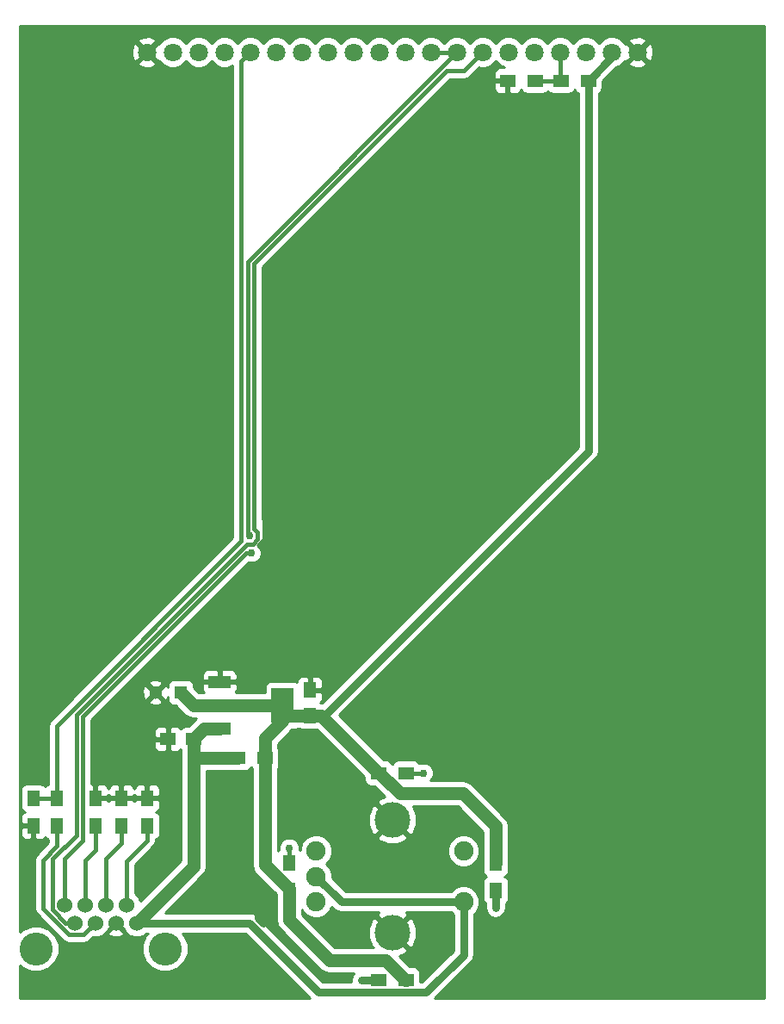
<source format=gbr>
G04 #@! TF.FileFunction,Copper,L1,Top,Signal*
%FSLAX46Y46*%
G04 Gerber Fmt 4.6, Leading zero omitted, Abs format (unit mm)*
G04 Created by KiCad (PCBNEW 4.0.2+dfsg1-stable) date Mon 11 Jun 2018 12:13:27 PM EDT*
%MOMM*%
G01*
G04 APERTURE LIST*
%ADD10C,0.100000*%
%ADD11R,1.300000X1.500000*%
%ADD12R,1.500000X1.300000*%
%ADD13R,1.500000X1.250000*%
%ADD14C,1.300000*%
%ADD15R,1.300000X1.300000*%
%ADD16R,1.250000X1.500000*%
%ADD17R,2.200000X1.200000*%
%ADD18R,2.200000X3.500000*%
%ADD19C,1.800000*%
%ADD20C,1.900000*%
%ADD21C,3.500000*%
%ADD22C,3.251200*%
%ADD23C,1.524000*%
%ADD24C,0.600000*%
%ADD25C,0.762000*%
%ADD26C,0.762000*%
%ADD27C,0.381000*%
%ADD28C,1.270000*%
%ADD29C,0.254000*%
G04 APERTURE END LIST*
D10*
D11*
X68834000Y-129620000D03*
X68834000Y-126920000D03*
D12*
X117326400Y-56388000D03*
X114626400Y-56388000D03*
X112094000Y-56388000D03*
X109394000Y-56388000D03*
D13*
X78484929Y-121110373D03*
X75984929Y-121110373D03*
D14*
X74734929Y-116538373D03*
D15*
X77234929Y-116538373D03*
D16*
X89934929Y-118804373D03*
X89934929Y-116304373D03*
D11*
X73914000Y-129620000D03*
X73914000Y-126920000D03*
X71374000Y-129620000D03*
X71374000Y-126920000D03*
X65024000Y-129620000D03*
X65024000Y-126920000D03*
X62738000Y-126920000D03*
X62738000Y-129620000D03*
D17*
X81044929Y-120108373D03*
X81044929Y-117808373D03*
X81044929Y-115508373D03*
D18*
X87244929Y-117808373D03*
D19*
X122174000Y-53594000D03*
X119634000Y-53594000D03*
X117094000Y-53594000D03*
X114554000Y-53594000D03*
X112014000Y-53594000D03*
X109474000Y-53594000D03*
X106934000Y-53594000D03*
X104394000Y-53594000D03*
X101854000Y-53594000D03*
X99314000Y-53594000D03*
X96774000Y-53594000D03*
X94234000Y-53594000D03*
X91694000Y-53594000D03*
X89154000Y-53594000D03*
X86614000Y-53594000D03*
X84074000Y-53594000D03*
X81534000Y-53594000D03*
X78994000Y-53594000D03*
X76454000Y-53594000D03*
X73914000Y-53594000D03*
D11*
X87884000Y-135970000D03*
X87884000Y-133270000D03*
D12*
X99394000Y-144780000D03*
X96694000Y-144780000D03*
D11*
X108204000Y-133270000D03*
X108204000Y-135970000D03*
D12*
X96694000Y-124460000D03*
X99394000Y-124460000D03*
D20*
X105044000Y-132120000D03*
X105044000Y-137120000D03*
X90544000Y-132120000D03*
X90544000Y-134620000D03*
X90544000Y-137120000D03*
D21*
X98044000Y-140170000D03*
X98044000Y-129070000D03*
D12*
X85499993Y-122982401D03*
X82799993Y-122982401D03*
D22*
X62992000Y-141732000D03*
X75692000Y-141732000D03*
D23*
X66802000Y-139192000D03*
X68834000Y-139192000D03*
X70866000Y-139192000D03*
X72898000Y-139192000D03*
X65786000Y-137414000D03*
X67818000Y-137414000D03*
X69850000Y-137414000D03*
X71882000Y-137414000D03*
D24*
X77978000Y-145034000D03*
X85344000Y-139192000D03*
X84836000Y-135890000D03*
D25*
X83972400Y-101117400D03*
X84175600Y-102793800D03*
X87884000Y-131826000D03*
D24*
X94996000Y-144780000D03*
X108204000Y-137668000D03*
D25*
X101092000Y-124460000D03*
D26*
X84836000Y-135890000D02*
X84836000Y-138684000D01*
X84836000Y-138684000D02*
X85344000Y-139192000D01*
D27*
X71374000Y-126920000D02*
X73914000Y-126920000D01*
X68834000Y-126920000D02*
X71374000Y-126920000D01*
D26*
X90802512Y-146011001D02*
X83983511Y-139192000D01*
X73975630Y-139192000D02*
X72898000Y-139192000D01*
X83983511Y-139192000D02*
X73975630Y-139192000D01*
X105044000Y-142352000D02*
X101384999Y-146011001D01*
X105044000Y-137120000D02*
X105044000Y-142352000D01*
X101384999Y-146011001D02*
X90802512Y-146011001D01*
X105044000Y-137120000D02*
X93044000Y-137120000D01*
X93044000Y-137120000D02*
X90544000Y-134620000D01*
D28*
X81044929Y-120108373D02*
X79486929Y-120108373D01*
X79486929Y-120108373D02*
X78484929Y-121110373D01*
X78484929Y-133605071D02*
X78484929Y-122986800D01*
X78484929Y-122986800D02*
X78484929Y-121110373D01*
X82799993Y-122982401D02*
X80779993Y-122982401D01*
X80779993Y-122982401D02*
X80775594Y-122986800D01*
X80775594Y-122986800D02*
X78484929Y-122986800D01*
X72898000Y-139192000D02*
X78484929Y-133605071D01*
X85499993Y-122982401D02*
X85499993Y-133485993D01*
X85499993Y-133485993D02*
X87884000Y-135870000D01*
X87884000Y-135870000D02*
X87884000Y-135970000D01*
X87970702Y-118782538D02*
X89408000Y-118782538D01*
D26*
X117326400Y-92799902D02*
X91343764Y-118782538D01*
D28*
X89408000Y-118782538D02*
X89913094Y-118782538D01*
D26*
X117326400Y-56388000D02*
X117326400Y-92799902D01*
X91343764Y-118782538D02*
X89408000Y-118782538D01*
X119634000Y-53594000D02*
X119634000Y-54080400D01*
X119634000Y-54080400D02*
X117326400Y-56388000D01*
D28*
X87884000Y-135970000D02*
X87884000Y-138873002D01*
X87884000Y-138873002D02*
X91870998Y-142860000D01*
X91870998Y-142860000D02*
X97374000Y-142860000D01*
X97374000Y-142860000D02*
X99294000Y-144780000D01*
X99294000Y-144780000D02*
X99394000Y-144780000D01*
X104996599Y-126484999D02*
X108204000Y-129692400D01*
X108204000Y-129692400D02*
X108204000Y-133270000D01*
X96694000Y-124460000D02*
X96794000Y-124460000D01*
X96794000Y-124460000D02*
X98818999Y-126484999D01*
X98818999Y-126484999D02*
X104996599Y-126484999D01*
X89934929Y-118804373D02*
X91038373Y-118804373D01*
X91038373Y-118804373D02*
X96694000Y-124460000D01*
X85499993Y-122982401D02*
X85499993Y-121062401D01*
X85499993Y-121062401D02*
X87198200Y-119364194D01*
X87198200Y-119364194D02*
X87198200Y-117855102D01*
X87198200Y-117855102D02*
X87244929Y-117808373D01*
X87244929Y-117808373D02*
X87244929Y-118056765D01*
X87244929Y-118056765D02*
X87970702Y-118782538D01*
X89913094Y-118782538D02*
X89934929Y-118804373D01*
X77234929Y-116538373D02*
X78504929Y-117808373D01*
X78504929Y-117808373D02*
X81044929Y-117808373D01*
X81044929Y-117808373D02*
X87244929Y-117808373D01*
D27*
X67818000Y-137414000D02*
X67818000Y-133019800D01*
X67818000Y-133019800D02*
X68834000Y-132003800D01*
X68834000Y-132003800D02*
X68834000Y-129620000D01*
X69850000Y-137414000D02*
X69850000Y-132918200D01*
X69850000Y-132918200D02*
X71374000Y-131394200D01*
X71374000Y-131394200D02*
X71374000Y-129620000D01*
X71882000Y-137414000D02*
X71882000Y-133096000D01*
X71882000Y-133096000D02*
X73914000Y-131064000D01*
X73914000Y-131064000D02*
X73914000Y-129620000D01*
X66802000Y-139192000D02*
X65917970Y-139192000D01*
X103399053Y-55428965D02*
X105099035Y-55428965D01*
X65917970Y-139192000D02*
X64633499Y-137907529D01*
X66966000Y-130569800D02*
X66966000Y-118715303D01*
X64633499Y-137907529D02*
X64633499Y-132902301D01*
X83741269Y-101940034D02*
X84318166Y-101940034D01*
X84428116Y-100480916D02*
X84428116Y-74399902D01*
X64633499Y-132902301D02*
X66966000Y-130569800D01*
X84318166Y-101940034D02*
X84759800Y-101498400D01*
X66966000Y-118715303D02*
X83741269Y-101940034D01*
X84428116Y-74399902D02*
X103399053Y-55428965D01*
X84759800Y-101498400D02*
X84759800Y-100812600D01*
X84759800Y-100812600D02*
X84428116Y-100480916D01*
X105099035Y-55428965D02*
X106034001Y-54493999D01*
X106034001Y-54493999D02*
X106934000Y-53594000D01*
X103494001Y-54493999D02*
X104394000Y-53594000D01*
X83823191Y-74164809D02*
X103494001Y-54493999D01*
X83823191Y-100968191D02*
X83823191Y-74164809D01*
X83972400Y-101117400D02*
X83823191Y-100968191D01*
X83658376Y-102844600D02*
X84124800Y-102844600D01*
X84124800Y-102844600D02*
X84175600Y-102793800D01*
X83658376Y-102844600D02*
X67564000Y-118938976D01*
X67564000Y-118938976D02*
X67564000Y-123952000D01*
X67564000Y-131064000D02*
X67564000Y-123952000D01*
X67564000Y-123952000D02*
X67564000Y-123698000D01*
X104394000Y-53594000D02*
X101854000Y-53594000D01*
X65786000Y-137414000D02*
X65786000Y-132842000D01*
X65786000Y-132842000D02*
X67564000Y-131064000D01*
X83174001Y-54493999D02*
X83174001Y-101664326D01*
X84074000Y-53594000D02*
X83174001Y-54493999D01*
X83174001Y-101664326D02*
X65024000Y-119814327D01*
X65024000Y-119814327D02*
X65024000Y-126920000D01*
X62738000Y-126920000D02*
X65024000Y-126920000D01*
X87884000Y-133270000D02*
X87884000Y-131826000D01*
D26*
X96694000Y-144780000D02*
X94996000Y-144780000D01*
X108204000Y-135970000D02*
X108204000Y-137668000D01*
D27*
X99394000Y-124460000D02*
X101092000Y-124460000D01*
X112094000Y-56388000D02*
X114626400Y-56388000D01*
X114554000Y-53594000D02*
X114554000Y-56315600D01*
X114554000Y-56315600D02*
X114626400Y-56388000D01*
X63652400Y-133019800D02*
X65024000Y-131648200D01*
X65024000Y-131648200D02*
X65024000Y-129620000D01*
X63652400Y-137748102D02*
X63652400Y-133019800D01*
X68834000Y-139192000D02*
X67681499Y-140344501D01*
X67681499Y-140344501D02*
X66248799Y-140344501D01*
X66248799Y-140344501D02*
X63652400Y-137748102D01*
D29*
G36*
X134672000Y-146610000D02*
X102222840Y-146610000D01*
X105762421Y-143070420D01*
X105982662Y-142740807D01*
X106018436Y-142560956D01*
X106060000Y-142352000D01*
X106060000Y-138345346D01*
X106386914Y-138019003D01*
X106628724Y-137436659D01*
X106629275Y-136806107D01*
X106388481Y-136223343D01*
X105943003Y-135777086D01*
X105360659Y-135535276D01*
X104730107Y-135534725D01*
X104147343Y-135775519D01*
X103818288Y-136104000D01*
X93464841Y-136104000D01*
X92128871Y-134768031D01*
X92129275Y-134306107D01*
X91888481Y-133723343D01*
X91535529Y-133369774D01*
X91886914Y-133019003D01*
X92128724Y-132436659D01*
X92128726Y-132433893D01*
X103458725Y-132433893D01*
X103699519Y-133016657D01*
X104144997Y-133462914D01*
X104727341Y-133704724D01*
X105357893Y-133705275D01*
X105940657Y-133464481D01*
X106386914Y-133019003D01*
X106628724Y-132436659D01*
X106629275Y-131806107D01*
X106388481Y-131223343D01*
X105943003Y-130777086D01*
X105360659Y-130535276D01*
X104730107Y-130534725D01*
X104147343Y-130775519D01*
X103701086Y-131220997D01*
X103459276Y-131803341D01*
X103458725Y-132433893D01*
X92128726Y-132433893D01*
X92129275Y-131806107D01*
X91888481Y-131223343D01*
X91443003Y-130777086D01*
X91412760Y-130764528D01*
X96529077Y-130764528D01*
X96719364Y-131109271D01*
X97600591Y-131460956D01*
X98549323Y-131448641D01*
X99368636Y-131109271D01*
X99558923Y-130764528D01*
X98044000Y-129249605D01*
X96529077Y-130764528D01*
X91412760Y-130764528D01*
X90860659Y-130535276D01*
X90230107Y-130534725D01*
X89647343Y-130775519D01*
X89201086Y-131220997D01*
X88959276Y-131803341D01*
X88959068Y-132041896D01*
X88899848Y-132001433D01*
X88900176Y-131624792D01*
X88745825Y-131251234D01*
X88460269Y-130965179D01*
X88086982Y-130810176D01*
X87682792Y-130809824D01*
X87309234Y-130964175D01*
X87023179Y-131249731D01*
X86868176Y-131623018D01*
X86867847Y-132001029D01*
X86782559Y-132055910D01*
X86769993Y-132074301D01*
X86769993Y-128626591D01*
X95653044Y-128626591D01*
X95665359Y-129575323D01*
X96004729Y-130394636D01*
X96349472Y-130584923D01*
X97864395Y-129070000D01*
X96349472Y-127555077D01*
X96004729Y-127745364D01*
X95653044Y-128626591D01*
X86769993Y-128626591D01*
X86769993Y-123996152D01*
X86846424Y-123884291D01*
X86897433Y-123632401D01*
X86897433Y-122332401D01*
X86853155Y-122097084D01*
X86769993Y-121967847D01*
X86769993Y-121588453D01*
X88096223Y-120262222D01*
X88096226Y-120262220D01*
X88133916Y-120205813D01*
X88344929Y-120205813D01*
X88580246Y-120161535D01*
X88749632Y-120052538D01*
X88914222Y-120052538D01*
X89058039Y-120150804D01*
X89309929Y-120201813D01*
X90559929Y-120201813D01*
X90627118Y-120189170D01*
X95296560Y-124858611D01*
X95296560Y-125110000D01*
X95340838Y-125345317D01*
X95479910Y-125561441D01*
X95692110Y-125706431D01*
X95944000Y-125757440D01*
X96295388Y-125757440D01*
X97319919Y-126781971D01*
X96719364Y-127030729D01*
X96529077Y-127375472D01*
X98044000Y-128890395D01*
X98058143Y-128876253D01*
X98237748Y-129055858D01*
X98223605Y-129070000D01*
X99738528Y-130584923D01*
X100083271Y-130394636D01*
X100434956Y-129513409D01*
X100422641Y-128564677D01*
X100087262Y-127754999D01*
X104470547Y-127754999D01*
X106934000Y-130218452D01*
X106934000Y-132384497D01*
X106906560Y-132520000D01*
X106906560Y-134020000D01*
X106950838Y-134255317D01*
X107089910Y-134471441D01*
X107302110Y-134616431D01*
X107315197Y-134619081D01*
X107102559Y-134755910D01*
X106957569Y-134968110D01*
X106906560Y-135220000D01*
X106906560Y-136720000D01*
X106950838Y-136955317D01*
X107089910Y-137171441D01*
X107188000Y-137238463D01*
X107188000Y-137668000D01*
X107265338Y-138056806D01*
X107485580Y-138386420D01*
X107815194Y-138606662D01*
X108204000Y-138684000D01*
X108592806Y-138606662D01*
X108922420Y-138386420D01*
X109142662Y-138056806D01*
X109220000Y-137668000D01*
X109220000Y-137239070D01*
X109305441Y-137184090D01*
X109450431Y-136971890D01*
X109501440Y-136720000D01*
X109501440Y-135220000D01*
X109457162Y-134984683D01*
X109318090Y-134768559D01*
X109105890Y-134623569D01*
X109092803Y-134620919D01*
X109305441Y-134484090D01*
X109450431Y-134271890D01*
X109501440Y-134020000D01*
X109501440Y-132520000D01*
X109474000Y-132374169D01*
X109474000Y-129692405D01*
X109474001Y-129692400D01*
X109377327Y-129206392D01*
X109102026Y-128794374D01*
X105894625Y-125586973D01*
X105482607Y-125311672D01*
X104996599Y-125214998D01*
X104996594Y-125214999D01*
X101773779Y-125214999D01*
X101952821Y-125036269D01*
X102107824Y-124662982D01*
X102108176Y-124258792D01*
X101953825Y-123885234D01*
X101668269Y-123599179D01*
X101294982Y-123444176D01*
X100890792Y-123443824D01*
X100710810Y-123518191D01*
X100608090Y-123358559D01*
X100395890Y-123213569D01*
X100144000Y-123162560D01*
X98644000Y-123162560D01*
X98408683Y-123206838D01*
X98192559Y-123345910D01*
X98047569Y-123558110D01*
X98044919Y-123571197D01*
X97908090Y-123358559D01*
X97695890Y-123213569D01*
X97444000Y-123162560D01*
X97192611Y-123162560D01*
X92796597Y-118766545D01*
X118044820Y-93518323D01*
X118265061Y-93188709D01*
X118265062Y-93188708D01*
X118342400Y-92799902D01*
X118342400Y-57621418D01*
X118527841Y-57502090D01*
X118672831Y-57289890D01*
X118723840Y-57038000D01*
X118723840Y-56427400D01*
X120081112Y-55070128D01*
X120502371Y-54896068D01*
X120724668Y-54674159D01*
X121273446Y-54674159D01*
X121359852Y-54930643D01*
X121933336Y-55140458D01*
X122543460Y-55114839D01*
X122988148Y-54930643D01*
X123074554Y-54674159D01*
X122174000Y-53773605D01*
X121273446Y-54674159D01*
X120724668Y-54674159D01*
X120934551Y-54464643D01*
X120943203Y-54443806D01*
X121093841Y-54494554D01*
X121994395Y-53594000D01*
X122353605Y-53594000D01*
X123254159Y-54494554D01*
X123510643Y-54408148D01*
X123720458Y-53834664D01*
X123694839Y-53224540D01*
X123510643Y-52779852D01*
X123254159Y-52693446D01*
X122353605Y-53594000D01*
X121994395Y-53594000D01*
X121093841Y-52693446D01*
X120943673Y-52744035D01*
X120936068Y-52725629D01*
X120724650Y-52513841D01*
X121273446Y-52513841D01*
X122174000Y-53414395D01*
X123074554Y-52513841D01*
X122988148Y-52257357D01*
X122414664Y-52047542D01*
X121804540Y-52073161D01*
X121359852Y-52257357D01*
X121273446Y-52513841D01*
X120724650Y-52513841D01*
X120504643Y-52293449D01*
X119940670Y-52059267D01*
X119330009Y-52058735D01*
X118765629Y-52291932D01*
X118363677Y-52693182D01*
X117964643Y-52293449D01*
X117400670Y-52059267D01*
X116790009Y-52058735D01*
X116225629Y-52291932D01*
X115823677Y-52693182D01*
X115424643Y-52293449D01*
X114860670Y-52059267D01*
X114250009Y-52058735D01*
X113685629Y-52291932D01*
X113283677Y-52693182D01*
X112884643Y-52293449D01*
X112320670Y-52059267D01*
X111710009Y-52058735D01*
X111145629Y-52291932D01*
X110743677Y-52693182D01*
X110344643Y-52293449D01*
X109780670Y-52059267D01*
X109170009Y-52058735D01*
X108605629Y-52291932D01*
X108203677Y-52693182D01*
X107804643Y-52293449D01*
X107240670Y-52059267D01*
X106630009Y-52058735D01*
X106065629Y-52291932D01*
X105663677Y-52693182D01*
X105264643Y-52293449D01*
X104700670Y-52059267D01*
X104090009Y-52058735D01*
X103525629Y-52291932D01*
X103123677Y-52693182D01*
X102724643Y-52293449D01*
X102160670Y-52059267D01*
X101550009Y-52058735D01*
X100985629Y-52291932D01*
X100583677Y-52693182D01*
X100184643Y-52293449D01*
X99620670Y-52059267D01*
X99010009Y-52058735D01*
X98445629Y-52291932D01*
X98043677Y-52693182D01*
X97644643Y-52293449D01*
X97080670Y-52059267D01*
X96470009Y-52058735D01*
X95905629Y-52291932D01*
X95503677Y-52693182D01*
X95104643Y-52293449D01*
X94540670Y-52059267D01*
X93930009Y-52058735D01*
X93365629Y-52291932D01*
X92963677Y-52693182D01*
X92564643Y-52293449D01*
X92000670Y-52059267D01*
X91390009Y-52058735D01*
X90825629Y-52291932D01*
X90423677Y-52693182D01*
X90024643Y-52293449D01*
X89460670Y-52059267D01*
X88850009Y-52058735D01*
X88285629Y-52291932D01*
X87883677Y-52693182D01*
X87484643Y-52293449D01*
X86920670Y-52059267D01*
X86310009Y-52058735D01*
X85745629Y-52291932D01*
X85343677Y-52693182D01*
X84944643Y-52293449D01*
X84380670Y-52059267D01*
X83770009Y-52058735D01*
X83205629Y-52291932D01*
X82803677Y-52693182D01*
X82404643Y-52293449D01*
X81840670Y-52059267D01*
X81230009Y-52058735D01*
X80665629Y-52291932D01*
X80263677Y-52693182D01*
X79864643Y-52293449D01*
X79300670Y-52059267D01*
X78690009Y-52058735D01*
X78125629Y-52291932D01*
X77723677Y-52693182D01*
X77324643Y-52293449D01*
X76760670Y-52059267D01*
X76150009Y-52058735D01*
X75585629Y-52291932D01*
X75153449Y-52723357D01*
X75144797Y-52744194D01*
X74994159Y-52693446D01*
X74093605Y-53594000D01*
X74994159Y-54494554D01*
X75144327Y-54443965D01*
X75151932Y-54462371D01*
X75583357Y-54894551D01*
X76147330Y-55128733D01*
X76757991Y-55129265D01*
X77322371Y-54896068D01*
X77724323Y-54494818D01*
X78123357Y-54894551D01*
X78687330Y-55128733D01*
X79297991Y-55129265D01*
X79862371Y-54896068D01*
X80264323Y-54494818D01*
X80663357Y-54894551D01*
X81227330Y-55128733D01*
X81837991Y-55129265D01*
X82348501Y-54918327D01*
X82348501Y-101322393D01*
X64440283Y-119230610D01*
X64261337Y-119498421D01*
X64256509Y-119522693D01*
X64198500Y-119814327D01*
X64198500Y-125555583D01*
X64138683Y-125566838D01*
X63922559Y-125705910D01*
X63882076Y-125765159D01*
X63852090Y-125718559D01*
X63639890Y-125573569D01*
X63388000Y-125522560D01*
X62088000Y-125522560D01*
X61852683Y-125566838D01*
X61636559Y-125705910D01*
X61491569Y-125918110D01*
X61440560Y-126170000D01*
X61440560Y-127670000D01*
X61484838Y-127905317D01*
X61623910Y-128121441D01*
X61836110Y-128266431D01*
X61869490Y-128273191D01*
X61728301Y-128331673D01*
X61549673Y-128510302D01*
X61453000Y-128743691D01*
X61453000Y-129334250D01*
X61611750Y-129493000D01*
X62611000Y-129493000D01*
X62611000Y-129473000D01*
X62865000Y-129473000D01*
X62865000Y-129493000D01*
X62885000Y-129493000D01*
X62885000Y-129747000D01*
X62865000Y-129747000D01*
X62865000Y-130846250D01*
X63023750Y-131005000D01*
X63514310Y-131005000D01*
X63747699Y-130908327D01*
X63880417Y-130775608D01*
X63909910Y-130821441D01*
X64122110Y-130966431D01*
X64198500Y-130981900D01*
X64198500Y-131306267D01*
X63068683Y-132436083D01*
X62889737Y-132703894D01*
X62862301Y-132841824D01*
X62826900Y-133019800D01*
X62826900Y-137748102D01*
X62889737Y-138064008D01*
X63068683Y-138331819D01*
X65665080Y-140928215D01*
X65665082Y-140928218D01*
X65932894Y-141107164D01*
X66248799Y-141170002D01*
X66248804Y-141170001D01*
X67681499Y-141170001D01*
X67997405Y-141107164D01*
X68265216Y-140928218D01*
X68604633Y-140588800D01*
X69110661Y-140589242D01*
X69624303Y-140377010D01*
X69829457Y-140172213D01*
X70065392Y-140172213D01*
X70134857Y-140414397D01*
X70658302Y-140601144D01*
X71213368Y-140573362D01*
X71597143Y-140414397D01*
X71666608Y-140172213D01*
X70866000Y-139371605D01*
X70065392Y-140172213D01*
X69829457Y-140172213D01*
X70017629Y-139984370D01*
X70105399Y-139772996D01*
X70686395Y-139192000D01*
X70672253Y-139177858D01*
X70851858Y-138998253D01*
X70866000Y-139012395D01*
X70880143Y-138998253D01*
X71059748Y-139177858D01*
X71045605Y-139192000D01*
X71626440Y-139772835D01*
X71712990Y-139982303D01*
X72105630Y-140375629D01*
X72618900Y-140588757D01*
X73174661Y-140589242D01*
X73688303Y-140377010D01*
X73857608Y-140208000D01*
X74018897Y-140208000D01*
X73776674Y-140449801D01*
X73431793Y-141280366D01*
X73431008Y-142179688D01*
X73774439Y-143010854D01*
X74409801Y-143647326D01*
X75240366Y-143992207D01*
X76139688Y-143992992D01*
X76970854Y-143649561D01*
X77607326Y-143014199D01*
X77952207Y-142183634D01*
X77952992Y-141284312D01*
X77609561Y-140453146D01*
X77364843Y-140208000D01*
X83562671Y-140208000D01*
X89964670Y-146610000D01*
X61416000Y-146610000D01*
X61416000Y-143353012D01*
X61709801Y-143647326D01*
X62540366Y-143992207D01*
X63439688Y-143992992D01*
X64270854Y-143649561D01*
X64907326Y-143014199D01*
X65252207Y-142183634D01*
X65252992Y-141284312D01*
X64909561Y-140453146D01*
X64274199Y-139816674D01*
X63443634Y-139471793D01*
X62544312Y-139471008D01*
X61713146Y-139814439D01*
X61416000Y-140111067D01*
X61416000Y-129905750D01*
X61453000Y-129905750D01*
X61453000Y-130496309D01*
X61549673Y-130729698D01*
X61728301Y-130908327D01*
X61961690Y-131005000D01*
X62452250Y-131005000D01*
X62611000Y-130846250D01*
X62611000Y-129747000D01*
X61611750Y-129747000D01*
X61453000Y-129905750D01*
X61416000Y-129905750D01*
X61416000Y-54674159D01*
X73013446Y-54674159D01*
X73099852Y-54930643D01*
X73673336Y-55140458D01*
X74283460Y-55114839D01*
X74728148Y-54930643D01*
X74814554Y-54674159D01*
X73914000Y-53773605D01*
X73013446Y-54674159D01*
X61416000Y-54674159D01*
X61416000Y-53353336D01*
X72367542Y-53353336D01*
X72393161Y-53963460D01*
X72577357Y-54408148D01*
X72833841Y-54494554D01*
X73734395Y-53594000D01*
X72833841Y-52693446D01*
X72577357Y-52779852D01*
X72367542Y-53353336D01*
X61416000Y-53353336D01*
X61416000Y-52513841D01*
X73013446Y-52513841D01*
X73914000Y-53414395D01*
X74814554Y-52513841D01*
X74728148Y-52257357D01*
X74154664Y-52047542D01*
X73544540Y-52073161D01*
X73099852Y-52257357D01*
X73013446Y-52513841D01*
X61416000Y-52513841D01*
X61416000Y-51002000D01*
X134672000Y-51002000D01*
X134672000Y-146610000D01*
X134672000Y-146610000D01*
G37*
X134672000Y-146610000D02*
X102222840Y-146610000D01*
X105762421Y-143070420D01*
X105982662Y-142740807D01*
X106018436Y-142560956D01*
X106060000Y-142352000D01*
X106060000Y-138345346D01*
X106386914Y-138019003D01*
X106628724Y-137436659D01*
X106629275Y-136806107D01*
X106388481Y-136223343D01*
X105943003Y-135777086D01*
X105360659Y-135535276D01*
X104730107Y-135534725D01*
X104147343Y-135775519D01*
X103818288Y-136104000D01*
X93464841Y-136104000D01*
X92128871Y-134768031D01*
X92129275Y-134306107D01*
X91888481Y-133723343D01*
X91535529Y-133369774D01*
X91886914Y-133019003D01*
X92128724Y-132436659D01*
X92128726Y-132433893D01*
X103458725Y-132433893D01*
X103699519Y-133016657D01*
X104144997Y-133462914D01*
X104727341Y-133704724D01*
X105357893Y-133705275D01*
X105940657Y-133464481D01*
X106386914Y-133019003D01*
X106628724Y-132436659D01*
X106629275Y-131806107D01*
X106388481Y-131223343D01*
X105943003Y-130777086D01*
X105360659Y-130535276D01*
X104730107Y-130534725D01*
X104147343Y-130775519D01*
X103701086Y-131220997D01*
X103459276Y-131803341D01*
X103458725Y-132433893D01*
X92128726Y-132433893D01*
X92129275Y-131806107D01*
X91888481Y-131223343D01*
X91443003Y-130777086D01*
X91412760Y-130764528D01*
X96529077Y-130764528D01*
X96719364Y-131109271D01*
X97600591Y-131460956D01*
X98549323Y-131448641D01*
X99368636Y-131109271D01*
X99558923Y-130764528D01*
X98044000Y-129249605D01*
X96529077Y-130764528D01*
X91412760Y-130764528D01*
X90860659Y-130535276D01*
X90230107Y-130534725D01*
X89647343Y-130775519D01*
X89201086Y-131220997D01*
X88959276Y-131803341D01*
X88959068Y-132041896D01*
X88899848Y-132001433D01*
X88900176Y-131624792D01*
X88745825Y-131251234D01*
X88460269Y-130965179D01*
X88086982Y-130810176D01*
X87682792Y-130809824D01*
X87309234Y-130964175D01*
X87023179Y-131249731D01*
X86868176Y-131623018D01*
X86867847Y-132001029D01*
X86782559Y-132055910D01*
X86769993Y-132074301D01*
X86769993Y-128626591D01*
X95653044Y-128626591D01*
X95665359Y-129575323D01*
X96004729Y-130394636D01*
X96349472Y-130584923D01*
X97864395Y-129070000D01*
X96349472Y-127555077D01*
X96004729Y-127745364D01*
X95653044Y-128626591D01*
X86769993Y-128626591D01*
X86769993Y-123996152D01*
X86846424Y-123884291D01*
X86897433Y-123632401D01*
X86897433Y-122332401D01*
X86853155Y-122097084D01*
X86769993Y-121967847D01*
X86769993Y-121588453D01*
X88096223Y-120262222D01*
X88096226Y-120262220D01*
X88133916Y-120205813D01*
X88344929Y-120205813D01*
X88580246Y-120161535D01*
X88749632Y-120052538D01*
X88914222Y-120052538D01*
X89058039Y-120150804D01*
X89309929Y-120201813D01*
X90559929Y-120201813D01*
X90627118Y-120189170D01*
X95296560Y-124858611D01*
X95296560Y-125110000D01*
X95340838Y-125345317D01*
X95479910Y-125561441D01*
X95692110Y-125706431D01*
X95944000Y-125757440D01*
X96295388Y-125757440D01*
X97319919Y-126781971D01*
X96719364Y-127030729D01*
X96529077Y-127375472D01*
X98044000Y-128890395D01*
X98058143Y-128876253D01*
X98237748Y-129055858D01*
X98223605Y-129070000D01*
X99738528Y-130584923D01*
X100083271Y-130394636D01*
X100434956Y-129513409D01*
X100422641Y-128564677D01*
X100087262Y-127754999D01*
X104470547Y-127754999D01*
X106934000Y-130218452D01*
X106934000Y-132384497D01*
X106906560Y-132520000D01*
X106906560Y-134020000D01*
X106950838Y-134255317D01*
X107089910Y-134471441D01*
X107302110Y-134616431D01*
X107315197Y-134619081D01*
X107102559Y-134755910D01*
X106957569Y-134968110D01*
X106906560Y-135220000D01*
X106906560Y-136720000D01*
X106950838Y-136955317D01*
X107089910Y-137171441D01*
X107188000Y-137238463D01*
X107188000Y-137668000D01*
X107265338Y-138056806D01*
X107485580Y-138386420D01*
X107815194Y-138606662D01*
X108204000Y-138684000D01*
X108592806Y-138606662D01*
X108922420Y-138386420D01*
X109142662Y-138056806D01*
X109220000Y-137668000D01*
X109220000Y-137239070D01*
X109305441Y-137184090D01*
X109450431Y-136971890D01*
X109501440Y-136720000D01*
X109501440Y-135220000D01*
X109457162Y-134984683D01*
X109318090Y-134768559D01*
X109105890Y-134623569D01*
X109092803Y-134620919D01*
X109305441Y-134484090D01*
X109450431Y-134271890D01*
X109501440Y-134020000D01*
X109501440Y-132520000D01*
X109474000Y-132374169D01*
X109474000Y-129692405D01*
X109474001Y-129692400D01*
X109377327Y-129206392D01*
X109102026Y-128794374D01*
X105894625Y-125586973D01*
X105482607Y-125311672D01*
X104996599Y-125214998D01*
X104996594Y-125214999D01*
X101773779Y-125214999D01*
X101952821Y-125036269D01*
X102107824Y-124662982D01*
X102108176Y-124258792D01*
X101953825Y-123885234D01*
X101668269Y-123599179D01*
X101294982Y-123444176D01*
X100890792Y-123443824D01*
X100710810Y-123518191D01*
X100608090Y-123358559D01*
X100395890Y-123213569D01*
X100144000Y-123162560D01*
X98644000Y-123162560D01*
X98408683Y-123206838D01*
X98192559Y-123345910D01*
X98047569Y-123558110D01*
X98044919Y-123571197D01*
X97908090Y-123358559D01*
X97695890Y-123213569D01*
X97444000Y-123162560D01*
X97192611Y-123162560D01*
X92796597Y-118766545D01*
X118044820Y-93518323D01*
X118265061Y-93188709D01*
X118265062Y-93188708D01*
X118342400Y-92799902D01*
X118342400Y-57621418D01*
X118527841Y-57502090D01*
X118672831Y-57289890D01*
X118723840Y-57038000D01*
X118723840Y-56427400D01*
X120081112Y-55070128D01*
X120502371Y-54896068D01*
X120724668Y-54674159D01*
X121273446Y-54674159D01*
X121359852Y-54930643D01*
X121933336Y-55140458D01*
X122543460Y-55114839D01*
X122988148Y-54930643D01*
X123074554Y-54674159D01*
X122174000Y-53773605D01*
X121273446Y-54674159D01*
X120724668Y-54674159D01*
X120934551Y-54464643D01*
X120943203Y-54443806D01*
X121093841Y-54494554D01*
X121994395Y-53594000D01*
X122353605Y-53594000D01*
X123254159Y-54494554D01*
X123510643Y-54408148D01*
X123720458Y-53834664D01*
X123694839Y-53224540D01*
X123510643Y-52779852D01*
X123254159Y-52693446D01*
X122353605Y-53594000D01*
X121994395Y-53594000D01*
X121093841Y-52693446D01*
X120943673Y-52744035D01*
X120936068Y-52725629D01*
X120724650Y-52513841D01*
X121273446Y-52513841D01*
X122174000Y-53414395D01*
X123074554Y-52513841D01*
X122988148Y-52257357D01*
X122414664Y-52047542D01*
X121804540Y-52073161D01*
X121359852Y-52257357D01*
X121273446Y-52513841D01*
X120724650Y-52513841D01*
X120504643Y-52293449D01*
X119940670Y-52059267D01*
X119330009Y-52058735D01*
X118765629Y-52291932D01*
X118363677Y-52693182D01*
X117964643Y-52293449D01*
X117400670Y-52059267D01*
X116790009Y-52058735D01*
X116225629Y-52291932D01*
X115823677Y-52693182D01*
X115424643Y-52293449D01*
X114860670Y-52059267D01*
X114250009Y-52058735D01*
X113685629Y-52291932D01*
X113283677Y-52693182D01*
X112884643Y-52293449D01*
X112320670Y-52059267D01*
X111710009Y-52058735D01*
X111145629Y-52291932D01*
X110743677Y-52693182D01*
X110344643Y-52293449D01*
X109780670Y-52059267D01*
X109170009Y-52058735D01*
X108605629Y-52291932D01*
X108203677Y-52693182D01*
X107804643Y-52293449D01*
X107240670Y-52059267D01*
X106630009Y-52058735D01*
X106065629Y-52291932D01*
X105663677Y-52693182D01*
X105264643Y-52293449D01*
X104700670Y-52059267D01*
X104090009Y-52058735D01*
X103525629Y-52291932D01*
X103123677Y-52693182D01*
X102724643Y-52293449D01*
X102160670Y-52059267D01*
X101550009Y-52058735D01*
X100985629Y-52291932D01*
X100583677Y-52693182D01*
X100184643Y-52293449D01*
X99620670Y-52059267D01*
X99010009Y-52058735D01*
X98445629Y-52291932D01*
X98043677Y-52693182D01*
X97644643Y-52293449D01*
X97080670Y-52059267D01*
X96470009Y-52058735D01*
X95905629Y-52291932D01*
X95503677Y-52693182D01*
X95104643Y-52293449D01*
X94540670Y-52059267D01*
X93930009Y-52058735D01*
X93365629Y-52291932D01*
X92963677Y-52693182D01*
X92564643Y-52293449D01*
X92000670Y-52059267D01*
X91390009Y-52058735D01*
X90825629Y-52291932D01*
X90423677Y-52693182D01*
X90024643Y-52293449D01*
X89460670Y-52059267D01*
X88850009Y-52058735D01*
X88285629Y-52291932D01*
X87883677Y-52693182D01*
X87484643Y-52293449D01*
X86920670Y-52059267D01*
X86310009Y-52058735D01*
X85745629Y-52291932D01*
X85343677Y-52693182D01*
X84944643Y-52293449D01*
X84380670Y-52059267D01*
X83770009Y-52058735D01*
X83205629Y-52291932D01*
X82803677Y-52693182D01*
X82404643Y-52293449D01*
X81840670Y-52059267D01*
X81230009Y-52058735D01*
X80665629Y-52291932D01*
X80263677Y-52693182D01*
X79864643Y-52293449D01*
X79300670Y-52059267D01*
X78690009Y-52058735D01*
X78125629Y-52291932D01*
X77723677Y-52693182D01*
X77324643Y-52293449D01*
X76760670Y-52059267D01*
X76150009Y-52058735D01*
X75585629Y-52291932D01*
X75153449Y-52723357D01*
X75144797Y-52744194D01*
X74994159Y-52693446D01*
X74093605Y-53594000D01*
X74994159Y-54494554D01*
X75144327Y-54443965D01*
X75151932Y-54462371D01*
X75583357Y-54894551D01*
X76147330Y-55128733D01*
X76757991Y-55129265D01*
X77322371Y-54896068D01*
X77724323Y-54494818D01*
X78123357Y-54894551D01*
X78687330Y-55128733D01*
X79297991Y-55129265D01*
X79862371Y-54896068D01*
X80264323Y-54494818D01*
X80663357Y-54894551D01*
X81227330Y-55128733D01*
X81837991Y-55129265D01*
X82348501Y-54918327D01*
X82348501Y-101322393D01*
X64440283Y-119230610D01*
X64261337Y-119498421D01*
X64256509Y-119522693D01*
X64198500Y-119814327D01*
X64198500Y-125555583D01*
X64138683Y-125566838D01*
X63922559Y-125705910D01*
X63882076Y-125765159D01*
X63852090Y-125718559D01*
X63639890Y-125573569D01*
X63388000Y-125522560D01*
X62088000Y-125522560D01*
X61852683Y-125566838D01*
X61636559Y-125705910D01*
X61491569Y-125918110D01*
X61440560Y-126170000D01*
X61440560Y-127670000D01*
X61484838Y-127905317D01*
X61623910Y-128121441D01*
X61836110Y-128266431D01*
X61869490Y-128273191D01*
X61728301Y-128331673D01*
X61549673Y-128510302D01*
X61453000Y-128743691D01*
X61453000Y-129334250D01*
X61611750Y-129493000D01*
X62611000Y-129493000D01*
X62611000Y-129473000D01*
X62865000Y-129473000D01*
X62865000Y-129493000D01*
X62885000Y-129493000D01*
X62885000Y-129747000D01*
X62865000Y-129747000D01*
X62865000Y-130846250D01*
X63023750Y-131005000D01*
X63514310Y-131005000D01*
X63747699Y-130908327D01*
X63880417Y-130775608D01*
X63909910Y-130821441D01*
X64122110Y-130966431D01*
X64198500Y-130981900D01*
X64198500Y-131306267D01*
X63068683Y-132436083D01*
X62889737Y-132703894D01*
X62862301Y-132841824D01*
X62826900Y-133019800D01*
X62826900Y-137748102D01*
X62889737Y-138064008D01*
X63068683Y-138331819D01*
X65665080Y-140928215D01*
X65665082Y-140928218D01*
X65932894Y-141107164D01*
X66248799Y-141170002D01*
X66248804Y-141170001D01*
X67681499Y-141170001D01*
X67997405Y-141107164D01*
X68265216Y-140928218D01*
X68604633Y-140588800D01*
X69110661Y-140589242D01*
X69624303Y-140377010D01*
X69829457Y-140172213D01*
X70065392Y-140172213D01*
X70134857Y-140414397D01*
X70658302Y-140601144D01*
X71213368Y-140573362D01*
X71597143Y-140414397D01*
X71666608Y-140172213D01*
X70866000Y-139371605D01*
X70065392Y-140172213D01*
X69829457Y-140172213D01*
X70017629Y-139984370D01*
X70105399Y-139772996D01*
X70686395Y-139192000D01*
X70672253Y-139177858D01*
X70851858Y-138998253D01*
X70866000Y-139012395D01*
X70880143Y-138998253D01*
X71059748Y-139177858D01*
X71045605Y-139192000D01*
X71626440Y-139772835D01*
X71712990Y-139982303D01*
X72105630Y-140375629D01*
X72618900Y-140588757D01*
X73174661Y-140589242D01*
X73688303Y-140377010D01*
X73857608Y-140208000D01*
X74018897Y-140208000D01*
X73776674Y-140449801D01*
X73431793Y-141280366D01*
X73431008Y-142179688D01*
X73774439Y-143010854D01*
X74409801Y-143647326D01*
X75240366Y-143992207D01*
X76139688Y-143992992D01*
X76970854Y-143649561D01*
X77607326Y-143014199D01*
X77952207Y-142183634D01*
X77952992Y-141284312D01*
X77609561Y-140453146D01*
X77364843Y-140208000D01*
X83562671Y-140208000D01*
X89964670Y-146610000D01*
X61416000Y-146610000D01*
X61416000Y-143353012D01*
X61709801Y-143647326D01*
X62540366Y-143992207D01*
X63439688Y-143992992D01*
X64270854Y-143649561D01*
X64907326Y-143014199D01*
X65252207Y-142183634D01*
X65252992Y-141284312D01*
X64909561Y-140453146D01*
X64274199Y-139816674D01*
X63443634Y-139471793D01*
X62544312Y-139471008D01*
X61713146Y-139814439D01*
X61416000Y-140111067D01*
X61416000Y-129905750D01*
X61453000Y-129905750D01*
X61453000Y-130496309D01*
X61549673Y-130729698D01*
X61728301Y-130908327D01*
X61961690Y-131005000D01*
X62452250Y-131005000D01*
X62611000Y-130846250D01*
X62611000Y-129747000D01*
X61611750Y-129747000D01*
X61453000Y-129905750D01*
X61416000Y-129905750D01*
X61416000Y-54674159D01*
X73013446Y-54674159D01*
X73099852Y-54930643D01*
X73673336Y-55140458D01*
X74283460Y-55114839D01*
X74728148Y-54930643D01*
X74814554Y-54674159D01*
X73914000Y-53773605D01*
X73013446Y-54674159D01*
X61416000Y-54674159D01*
X61416000Y-53353336D01*
X72367542Y-53353336D01*
X72393161Y-53963460D01*
X72577357Y-54408148D01*
X72833841Y-54494554D01*
X73734395Y-53594000D01*
X72833841Y-52693446D01*
X72577357Y-52779852D01*
X72367542Y-53353336D01*
X61416000Y-53353336D01*
X61416000Y-52513841D01*
X73013446Y-52513841D01*
X73914000Y-53414395D01*
X74814554Y-52513841D01*
X74728148Y-52257357D01*
X74154664Y-52047542D01*
X73544540Y-52073161D01*
X73099852Y-52257357D01*
X73013446Y-52513841D01*
X61416000Y-52513841D01*
X61416000Y-51002000D01*
X134672000Y-51002000D01*
X134672000Y-146610000D01*
G36*
X92325580Y-137838421D02*
X92655193Y-138058662D01*
X92682065Y-138064007D01*
X93044000Y-138136000D01*
X96716455Y-138136000D01*
X96529077Y-138475472D01*
X98044000Y-139990395D01*
X99558923Y-138475472D01*
X99371545Y-138136000D01*
X103818654Y-138136000D01*
X104028000Y-138345712D01*
X104028000Y-141931159D01*
X100964159Y-144995001D01*
X100791440Y-144995001D01*
X100791440Y-144130000D01*
X100747162Y-143894683D01*
X100608090Y-143678559D01*
X100395890Y-143533569D01*
X100144000Y-143482560D01*
X99792612Y-143482560D01*
X98768081Y-142458029D01*
X99368636Y-142209271D01*
X99558923Y-141864528D01*
X98044000Y-140349605D01*
X98029858Y-140363748D01*
X97850253Y-140184143D01*
X97864395Y-140170000D01*
X98223605Y-140170000D01*
X99738528Y-141684923D01*
X100083271Y-141494636D01*
X100434956Y-140613409D01*
X100422641Y-139664677D01*
X100083271Y-138845364D01*
X99738528Y-138655077D01*
X98223605Y-140170000D01*
X97864395Y-140170000D01*
X96349472Y-138655077D01*
X96004729Y-138845364D01*
X95653044Y-139726591D01*
X95665359Y-140675323D01*
X96004729Y-141494636D01*
X96177500Y-141590000D01*
X92397049Y-141590000D01*
X89154000Y-138346950D01*
X89154000Y-137906493D01*
X89199519Y-138016657D01*
X89644997Y-138462914D01*
X90227341Y-138704724D01*
X90857893Y-138705275D01*
X91440657Y-138464481D01*
X91886914Y-138019003D01*
X92068604Y-137581445D01*
X92325580Y-137838421D01*
X92325580Y-137838421D01*
G37*
X92325580Y-137838421D02*
X92655193Y-138058662D01*
X92682065Y-138064007D01*
X93044000Y-138136000D01*
X96716455Y-138136000D01*
X96529077Y-138475472D01*
X98044000Y-139990395D01*
X99558923Y-138475472D01*
X99371545Y-138136000D01*
X103818654Y-138136000D01*
X104028000Y-138345712D01*
X104028000Y-141931159D01*
X100964159Y-144995001D01*
X100791440Y-144995001D01*
X100791440Y-144130000D01*
X100747162Y-143894683D01*
X100608090Y-143678559D01*
X100395890Y-143533569D01*
X100144000Y-143482560D01*
X99792612Y-143482560D01*
X98768081Y-142458029D01*
X99368636Y-142209271D01*
X99558923Y-141864528D01*
X98044000Y-140349605D01*
X98029858Y-140363748D01*
X97850253Y-140184143D01*
X97864395Y-140170000D01*
X98223605Y-140170000D01*
X99738528Y-141684923D01*
X100083271Y-141494636D01*
X100434956Y-140613409D01*
X100422641Y-139664677D01*
X100083271Y-138845364D01*
X99738528Y-138655077D01*
X98223605Y-140170000D01*
X97864395Y-140170000D01*
X96349472Y-138655077D01*
X96004729Y-138845364D01*
X95653044Y-139726591D01*
X95665359Y-140675323D01*
X96004729Y-141494636D01*
X96177500Y-141590000D01*
X92397049Y-141590000D01*
X89154000Y-138346950D01*
X89154000Y-137906493D01*
X89199519Y-138016657D01*
X89644997Y-138462914D01*
X90227341Y-138704724D01*
X90857893Y-138705275D01*
X91440657Y-138464481D01*
X91886914Y-138019003D01*
X92068604Y-137581445D01*
X92325580Y-137838421D01*
G36*
X84229993Y-123996955D02*
X84229993Y-133485988D01*
X84229992Y-133485993D01*
X84326666Y-133972001D01*
X84601967Y-134384019D01*
X86586560Y-136368612D01*
X86586560Y-136720000D01*
X86614000Y-136865831D01*
X86614000Y-138872997D01*
X86613999Y-138873002D01*
X86710673Y-139359010D01*
X86985974Y-139771028D01*
X90972970Y-143758023D01*
X90972972Y-143758026D01*
X91324624Y-143992992D01*
X91384990Y-144033327D01*
X91870998Y-144130001D01*
X91871003Y-144130000D01*
X94231863Y-144130000D01*
X94057338Y-144391194D01*
X93980000Y-144780000D01*
X94022766Y-144995001D01*
X91223353Y-144995001D01*
X84701931Y-138473580D01*
X84372318Y-138253338D01*
X84302748Y-138239500D01*
X83983511Y-138176000D01*
X75710052Y-138176000D01*
X79382952Y-134503099D01*
X79382955Y-134503097D01*
X79658256Y-134091079D01*
X79669876Y-134032663D01*
X79754930Y-133605071D01*
X79754929Y-133605066D01*
X79754929Y-124256800D01*
X80775589Y-124256800D01*
X80775594Y-124256801D01*
X80797714Y-124252401D01*
X81914490Y-124252401D01*
X82049993Y-124279841D01*
X83549993Y-124279841D01*
X83785310Y-124235563D01*
X84001434Y-124096491D01*
X84146424Y-123884291D01*
X84149074Y-123871204D01*
X84229993Y-123996955D01*
X84229993Y-123996955D01*
G37*
X84229993Y-123996955D02*
X84229993Y-133485988D01*
X84229992Y-133485993D01*
X84326666Y-133972001D01*
X84601967Y-134384019D01*
X86586560Y-136368612D01*
X86586560Y-136720000D01*
X86614000Y-136865831D01*
X86614000Y-138872997D01*
X86613999Y-138873002D01*
X86710673Y-139359010D01*
X86985974Y-139771028D01*
X90972970Y-143758023D01*
X90972972Y-143758026D01*
X91324624Y-143992992D01*
X91384990Y-144033327D01*
X91870998Y-144130001D01*
X91871003Y-144130000D01*
X94231863Y-144130000D01*
X94057338Y-144391194D01*
X93980000Y-144780000D01*
X94022766Y-144995001D01*
X91223353Y-144995001D01*
X84701931Y-138473580D01*
X84372318Y-138253338D01*
X84302748Y-138239500D01*
X83983511Y-138176000D01*
X75710052Y-138176000D01*
X79382952Y-134503099D01*
X79382955Y-134503097D01*
X79658256Y-134091079D01*
X79669876Y-134032663D01*
X79754930Y-133605071D01*
X79754929Y-133605066D01*
X79754929Y-124256800D01*
X80775589Y-124256800D01*
X80775594Y-124256801D01*
X80797714Y-124252401D01*
X81914490Y-124252401D01*
X82049993Y-124279841D01*
X83549993Y-124279841D01*
X83785310Y-124235563D01*
X84001434Y-124096491D01*
X84146424Y-123884291D01*
X84149074Y-123871204D01*
X84229993Y-123996955D01*
G36*
X108603357Y-54894551D02*
X109105358Y-55103000D01*
X108517691Y-55103000D01*
X108284302Y-55199673D01*
X108105673Y-55378301D01*
X108009000Y-55611690D01*
X108009000Y-56102250D01*
X108167750Y-56261000D01*
X109267000Y-56261000D01*
X109267000Y-56241000D01*
X109521000Y-56241000D01*
X109521000Y-56261000D01*
X109541000Y-56261000D01*
X109541000Y-56515000D01*
X109521000Y-56515000D01*
X109521000Y-57514250D01*
X109679750Y-57673000D01*
X110270309Y-57673000D01*
X110503698Y-57576327D01*
X110682327Y-57397699D01*
X110738654Y-57261713D01*
X110740838Y-57273317D01*
X110879910Y-57489441D01*
X111092110Y-57634431D01*
X111344000Y-57685440D01*
X112844000Y-57685440D01*
X113079317Y-57641162D01*
X113295441Y-57502090D01*
X113359820Y-57407869D01*
X113412310Y-57489441D01*
X113624510Y-57634431D01*
X113876400Y-57685440D01*
X115376400Y-57685440D01*
X115611717Y-57641162D01*
X115827841Y-57502090D01*
X115972831Y-57289890D01*
X115975481Y-57276803D01*
X116112310Y-57489441D01*
X116310400Y-57624790D01*
X116310400Y-92379061D01*
X91135725Y-117553737D01*
X91038373Y-117534372D01*
X91038368Y-117534373D01*
X90977955Y-117534373D01*
X91098256Y-117414071D01*
X91194929Y-117180682D01*
X91194929Y-116590123D01*
X91036179Y-116431373D01*
X90061929Y-116431373D01*
X90061929Y-116451373D01*
X89807929Y-116451373D01*
X89807929Y-116431373D01*
X89787929Y-116431373D01*
X89787929Y-116177373D01*
X89807929Y-116177373D01*
X89807929Y-115078123D01*
X90061929Y-115078123D01*
X90061929Y-116177373D01*
X91036179Y-116177373D01*
X91194929Y-116018623D01*
X91194929Y-115428064D01*
X91098256Y-115194675D01*
X90919628Y-115016046D01*
X90686239Y-114919373D01*
X90220679Y-114919373D01*
X90061929Y-115078123D01*
X89807929Y-115078123D01*
X89649179Y-114919373D01*
X89183619Y-114919373D01*
X88950230Y-115016046D01*
X88771602Y-115194675D01*
X88674929Y-115428064D01*
X88674929Y-115515312D01*
X88596819Y-115461942D01*
X88344929Y-115410933D01*
X86144929Y-115410933D01*
X85909612Y-115455211D01*
X85693488Y-115594283D01*
X85548498Y-115806483D01*
X85497489Y-116058373D01*
X85497489Y-116538373D01*
X82612954Y-116538373D01*
X82683256Y-116468071D01*
X82779929Y-116234682D01*
X82779929Y-115794123D01*
X82621179Y-115635373D01*
X81171929Y-115635373D01*
X81171929Y-115655373D01*
X80917929Y-115655373D01*
X80917929Y-115635373D01*
X79468679Y-115635373D01*
X79309929Y-115794123D01*
X79309929Y-116234682D01*
X79406602Y-116468071D01*
X79476904Y-116538373D01*
X79030980Y-116538373D01*
X78532369Y-116039761D01*
X78532369Y-115888373D01*
X78488091Y-115653056D01*
X78349019Y-115436932D01*
X78136819Y-115291942D01*
X77884929Y-115240933D01*
X76584929Y-115240933D01*
X76349612Y-115285211D01*
X76133488Y-115424283D01*
X75988498Y-115636483D01*
X75937489Y-115888373D01*
X75937489Y-116050758D01*
X75864540Y-115874644D01*
X75633945Y-115818963D01*
X74914534Y-116538373D01*
X75633945Y-117257783D01*
X75864540Y-117202102D01*
X75937489Y-116992471D01*
X75937489Y-117188373D01*
X75981767Y-117423690D01*
X76120839Y-117639814D01*
X76333039Y-117784804D01*
X76584929Y-117835813D01*
X76736317Y-117835813D01*
X77606901Y-118706396D01*
X77606903Y-118706399D01*
X77904447Y-118905211D01*
X78018921Y-118981700D01*
X78504929Y-119078373D01*
X78786416Y-119078373D01*
X78588903Y-119210347D01*
X77961317Y-119837933D01*
X77734929Y-119837933D01*
X77499612Y-119882211D01*
X77283488Y-120021283D01*
X77236960Y-120089379D01*
X77094627Y-119947046D01*
X76861238Y-119850373D01*
X76270679Y-119850373D01*
X76111929Y-120009123D01*
X76111929Y-120983373D01*
X76131929Y-120983373D01*
X76131929Y-121237373D01*
X76111929Y-121237373D01*
X76111929Y-122211623D01*
X76270679Y-122370373D01*
X76861238Y-122370373D01*
X77094627Y-122273700D01*
X77214929Y-122153399D01*
X77214929Y-133079020D01*
X73243386Y-137050562D01*
X73067010Y-136623697D01*
X72707500Y-136263559D01*
X72707500Y-133437934D01*
X74497717Y-131647717D01*
X74676663Y-131379906D01*
X74739501Y-131064000D01*
X74739500Y-131063995D01*
X74739500Y-130984417D01*
X74799317Y-130973162D01*
X75015441Y-130834090D01*
X75160431Y-130621890D01*
X75211440Y-130370000D01*
X75211440Y-128870000D01*
X75167162Y-128634683D01*
X75028090Y-128418559D01*
X74815890Y-128273569D01*
X74782510Y-128266809D01*
X74923699Y-128208327D01*
X75102327Y-128029698D01*
X75199000Y-127796309D01*
X75199000Y-127205750D01*
X75040250Y-127047000D01*
X74041000Y-127047000D01*
X74041000Y-127067000D01*
X73787000Y-127067000D01*
X73787000Y-127047000D01*
X72787750Y-127047000D01*
X72644000Y-127190750D01*
X72500250Y-127047000D01*
X71501000Y-127047000D01*
X71501000Y-127067000D01*
X71247000Y-127067000D01*
X71247000Y-127047000D01*
X70247750Y-127047000D01*
X70104000Y-127190750D01*
X69960250Y-127047000D01*
X68961000Y-127047000D01*
X68961000Y-127067000D01*
X68707000Y-127067000D01*
X68707000Y-127047000D01*
X68687000Y-127047000D01*
X68687000Y-126793000D01*
X68707000Y-126793000D01*
X68707000Y-125693750D01*
X68961000Y-125693750D01*
X68961000Y-126793000D01*
X69960250Y-126793000D01*
X70104000Y-126649250D01*
X70247750Y-126793000D01*
X71247000Y-126793000D01*
X71247000Y-125693750D01*
X71501000Y-125693750D01*
X71501000Y-126793000D01*
X72500250Y-126793000D01*
X72644000Y-126649250D01*
X72787750Y-126793000D01*
X73787000Y-126793000D01*
X73787000Y-125693750D01*
X74041000Y-125693750D01*
X74041000Y-126793000D01*
X75040250Y-126793000D01*
X75199000Y-126634250D01*
X75199000Y-126043691D01*
X75102327Y-125810302D01*
X74923699Y-125631673D01*
X74690310Y-125535000D01*
X74199750Y-125535000D01*
X74041000Y-125693750D01*
X73787000Y-125693750D01*
X73628250Y-125535000D01*
X73137690Y-125535000D01*
X72904301Y-125631673D01*
X72725673Y-125810302D01*
X72644000Y-126007478D01*
X72562327Y-125810302D01*
X72383699Y-125631673D01*
X72150310Y-125535000D01*
X71659750Y-125535000D01*
X71501000Y-125693750D01*
X71247000Y-125693750D01*
X71088250Y-125535000D01*
X70597690Y-125535000D01*
X70364301Y-125631673D01*
X70185673Y-125810302D01*
X70104000Y-126007478D01*
X70022327Y-125810302D01*
X69843699Y-125631673D01*
X69610310Y-125535000D01*
X69119750Y-125535000D01*
X68961000Y-125693750D01*
X68707000Y-125693750D01*
X68548250Y-125535000D01*
X68389500Y-125535000D01*
X68389500Y-121396123D01*
X74599929Y-121396123D01*
X74599929Y-121861683D01*
X74696602Y-122095072D01*
X74875231Y-122273700D01*
X75108620Y-122370373D01*
X75699179Y-122370373D01*
X75857929Y-122211623D01*
X75857929Y-121237373D01*
X74758679Y-121237373D01*
X74599929Y-121396123D01*
X68389500Y-121396123D01*
X68389500Y-120359063D01*
X74599929Y-120359063D01*
X74599929Y-120824623D01*
X74758679Y-120983373D01*
X75857929Y-120983373D01*
X75857929Y-120009123D01*
X75699179Y-119850373D01*
X75108620Y-119850373D01*
X74875231Y-119947046D01*
X74696602Y-120125674D01*
X74599929Y-120359063D01*
X68389500Y-120359063D01*
X68389500Y-119280910D01*
X70233021Y-117437389D01*
X74015519Y-117437389D01*
X74071200Y-117667984D01*
X74554007Y-117835995D01*
X75064357Y-117806456D01*
X75398658Y-117667984D01*
X75454339Y-117437389D01*
X74734929Y-116717978D01*
X74015519Y-117437389D01*
X70233021Y-117437389D01*
X71312959Y-116357451D01*
X73437307Y-116357451D01*
X73466846Y-116867801D01*
X73605318Y-117202102D01*
X73835913Y-117257783D01*
X74555324Y-116538373D01*
X73835913Y-115818963D01*
X73605318Y-115874644D01*
X73437307Y-116357451D01*
X71312959Y-116357451D01*
X72031053Y-115639357D01*
X74015519Y-115639357D01*
X74734929Y-116358768D01*
X75454339Y-115639357D01*
X75398658Y-115408762D01*
X74915851Y-115240751D01*
X74405501Y-115270290D01*
X74071200Y-115408762D01*
X74015519Y-115639357D01*
X72031053Y-115639357D01*
X72888346Y-114782064D01*
X79309929Y-114782064D01*
X79309929Y-115222623D01*
X79468679Y-115381373D01*
X80917929Y-115381373D01*
X80917929Y-114432123D01*
X81171929Y-114432123D01*
X81171929Y-115381373D01*
X82621179Y-115381373D01*
X82779929Y-115222623D01*
X82779929Y-114782064D01*
X82683256Y-114548675D01*
X82504628Y-114370046D01*
X82271239Y-114273373D01*
X81330679Y-114273373D01*
X81171929Y-114432123D01*
X80917929Y-114432123D01*
X80759179Y-114273373D01*
X79818619Y-114273373D01*
X79585230Y-114370046D01*
X79406602Y-114548675D01*
X79309929Y-114782064D01*
X72888346Y-114782064D01*
X83942033Y-103728377D01*
X84065001Y-103779438D01*
X84436967Y-103779762D01*
X84780743Y-103637717D01*
X85043992Y-103374927D01*
X85186638Y-103031399D01*
X85186962Y-102659433D01*
X85044917Y-102315657D01*
X84789222Y-102059515D01*
X85138740Y-101709997D01*
X85317686Y-101442186D01*
X85380523Y-101126280D01*
X85380523Y-99900097D01*
X85380524Y-99900092D01*
X85317686Y-99584187D01*
X85253616Y-99488300D01*
X85253616Y-74741836D01*
X103321701Y-56673750D01*
X108009000Y-56673750D01*
X108009000Y-57164310D01*
X108105673Y-57397699D01*
X108284302Y-57576327D01*
X108517691Y-57673000D01*
X109108250Y-57673000D01*
X109267000Y-57514250D01*
X109267000Y-56515000D01*
X108167750Y-56515000D01*
X108009000Y-56673750D01*
X103321701Y-56673750D01*
X103740986Y-56254465D01*
X105099035Y-56254465D01*
X105414941Y-56191628D01*
X105682752Y-56012682D01*
X106584489Y-55110944D01*
X106627330Y-55128733D01*
X107237991Y-55129265D01*
X107802371Y-54896068D01*
X108204323Y-54494818D01*
X108603357Y-54894551D01*
X108603357Y-54894551D01*
G37*
X108603357Y-54894551D02*
X109105358Y-55103000D01*
X108517691Y-55103000D01*
X108284302Y-55199673D01*
X108105673Y-55378301D01*
X108009000Y-55611690D01*
X108009000Y-56102250D01*
X108167750Y-56261000D01*
X109267000Y-56261000D01*
X109267000Y-56241000D01*
X109521000Y-56241000D01*
X109521000Y-56261000D01*
X109541000Y-56261000D01*
X109541000Y-56515000D01*
X109521000Y-56515000D01*
X109521000Y-57514250D01*
X109679750Y-57673000D01*
X110270309Y-57673000D01*
X110503698Y-57576327D01*
X110682327Y-57397699D01*
X110738654Y-57261713D01*
X110740838Y-57273317D01*
X110879910Y-57489441D01*
X111092110Y-57634431D01*
X111344000Y-57685440D01*
X112844000Y-57685440D01*
X113079317Y-57641162D01*
X113295441Y-57502090D01*
X113359820Y-57407869D01*
X113412310Y-57489441D01*
X113624510Y-57634431D01*
X113876400Y-57685440D01*
X115376400Y-57685440D01*
X115611717Y-57641162D01*
X115827841Y-57502090D01*
X115972831Y-57289890D01*
X115975481Y-57276803D01*
X116112310Y-57489441D01*
X116310400Y-57624790D01*
X116310400Y-92379061D01*
X91135725Y-117553737D01*
X91038373Y-117534372D01*
X91038368Y-117534373D01*
X90977955Y-117534373D01*
X91098256Y-117414071D01*
X91194929Y-117180682D01*
X91194929Y-116590123D01*
X91036179Y-116431373D01*
X90061929Y-116431373D01*
X90061929Y-116451373D01*
X89807929Y-116451373D01*
X89807929Y-116431373D01*
X89787929Y-116431373D01*
X89787929Y-116177373D01*
X89807929Y-116177373D01*
X89807929Y-115078123D01*
X90061929Y-115078123D01*
X90061929Y-116177373D01*
X91036179Y-116177373D01*
X91194929Y-116018623D01*
X91194929Y-115428064D01*
X91098256Y-115194675D01*
X90919628Y-115016046D01*
X90686239Y-114919373D01*
X90220679Y-114919373D01*
X90061929Y-115078123D01*
X89807929Y-115078123D01*
X89649179Y-114919373D01*
X89183619Y-114919373D01*
X88950230Y-115016046D01*
X88771602Y-115194675D01*
X88674929Y-115428064D01*
X88674929Y-115515312D01*
X88596819Y-115461942D01*
X88344929Y-115410933D01*
X86144929Y-115410933D01*
X85909612Y-115455211D01*
X85693488Y-115594283D01*
X85548498Y-115806483D01*
X85497489Y-116058373D01*
X85497489Y-116538373D01*
X82612954Y-116538373D01*
X82683256Y-116468071D01*
X82779929Y-116234682D01*
X82779929Y-115794123D01*
X82621179Y-115635373D01*
X81171929Y-115635373D01*
X81171929Y-115655373D01*
X80917929Y-115655373D01*
X80917929Y-115635373D01*
X79468679Y-115635373D01*
X79309929Y-115794123D01*
X79309929Y-116234682D01*
X79406602Y-116468071D01*
X79476904Y-116538373D01*
X79030980Y-116538373D01*
X78532369Y-116039761D01*
X78532369Y-115888373D01*
X78488091Y-115653056D01*
X78349019Y-115436932D01*
X78136819Y-115291942D01*
X77884929Y-115240933D01*
X76584929Y-115240933D01*
X76349612Y-115285211D01*
X76133488Y-115424283D01*
X75988498Y-115636483D01*
X75937489Y-115888373D01*
X75937489Y-116050758D01*
X75864540Y-115874644D01*
X75633945Y-115818963D01*
X74914534Y-116538373D01*
X75633945Y-117257783D01*
X75864540Y-117202102D01*
X75937489Y-116992471D01*
X75937489Y-117188373D01*
X75981767Y-117423690D01*
X76120839Y-117639814D01*
X76333039Y-117784804D01*
X76584929Y-117835813D01*
X76736317Y-117835813D01*
X77606901Y-118706396D01*
X77606903Y-118706399D01*
X77904447Y-118905211D01*
X78018921Y-118981700D01*
X78504929Y-119078373D01*
X78786416Y-119078373D01*
X78588903Y-119210347D01*
X77961317Y-119837933D01*
X77734929Y-119837933D01*
X77499612Y-119882211D01*
X77283488Y-120021283D01*
X77236960Y-120089379D01*
X77094627Y-119947046D01*
X76861238Y-119850373D01*
X76270679Y-119850373D01*
X76111929Y-120009123D01*
X76111929Y-120983373D01*
X76131929Y-120983373D01*
X76131929Y-121237373D01*
X76111929Y-121237373D01*
X76111929Y-122211623D01*
X76270679Y-122370373D01*
X76861238Y-122370373D01*
X77094627Y-122273700D01*
X77214929Y-122153399D01*
X77214929Y-133079020D01*
X73243386Y-137050562D01*
X73067010Y-136623697D01*
X72707500Y-136263559D01*
X72707500Y-133437934D01*
X74497717Y-131647717D01*
X74676663Y-131379906D01*
X74739501Y-131064000D01*
X74739500Y-131063995D01*
X74739500Y-130984417D01*
X74799317Y-130973162D01*
X75015441Y-130834090D01*
X75160431Y-130621890D01*
X75211440Y-130370000D01*
X75211440Y-128870000D01*
X75167162Y-128634683D01*
X75028090Y-128418559D01*
X74815890Y-128273569D01*
X74782510Y-128266809D01*
X74923699Y-128208327D01*
X75102327Y-128029698D01*
X75199000Y-127796309D01*
X75199000Y-127205750D01*
X75040250Y-127047000D01*
X74041000Y-127047000D01*
X74041000Y-127067000D01*
X73787000Y-127067000D01*
X73787000Y-127047000D01*
X72787750Y-127047000D01*
X72644000Y-127190750D01*
X72500250Y-127047000D01*
X71501000Y-127047000D01*
X71501000Y-127067000D01*
X71247000Y-127067000D01*
X71247000Y-127047000D01*
X70247750Y-127047000D01*
X70104000Y-127190750D01*
X69960250Y-127047000D01*
X68961000Y-127047000D01*
X68961000Y-127067000D01*
X68707000Y-127067000D01*
X68707000Y-127047000D01*
X68687000Y-127047000D01*
X68687000Y-126793000D01*
X68707000Y-126793000D01*
X68707000Y-125693750D01*
X68961000Y-125693750D01*
X68961000Y-126793000D01*
X69960250Y-126793000D01*
X70104000Y-126649250D01*
X70247750Y-126793000D01*
X71247000Y-126793000D01*
X71247000Y-125693750D01*
X71501000Y-125693750D01*
X71501000Y-126793000D01*
X72500250Y-126793000D01*
X72644000Y-126649250D01*
X72787750Y-126793000D01*
X73787000Y-126793000D01*
X73787000Y-125693750D01*
X74041000Y-125693750D01*
X74041000Y-126793000D01*
X75040250Y-126793000D01*
X75199000Y-126634250D01*
X75199000Y-126043691D01*
X75102327Y-125810302D01*
X74923699Y-125631673D01*
X74690310Y-125535000D01*
X74199750Y-125535000D01*
X74041000Y-125693750D01*
X73787000Y-125693750D01*
X73628250Y-125535000D01*
X73137690Y-125535000D01*
X72904301Y-125631673D01*
X72725673Y-125810302D01*
X72644000Y-126007478D01*
X72562327Y-125810302D01*
X72383699Y-125631673D01*
X72150310Y-125535000D01*
X71659750Y-125535000D01*
X71501000Y-125693750D01*
X71247000Y-125693750D01*
X71088250Y-125535000D01*
X70597690Y-125535000D01*
X70364301Y-125631673D01*
X70185673Y-125810302D01*
X70104000Y-126007478D01*
X70022327Y-125810302D01*
X69843699Y-125631673D01*
X69610310Y-125535000D01*
X69119750Y-125535000D01*
X68961000Y-125693750D01*
X68707000Y-125693750D01*
X68548250Y-125535000D01*
X68389500Y-125535000D01*
X68389500Y-121396123D01*
X74599929Y-121396123D01*
X74599929Y-121861683D01*
X74696602Y-122095072D01*
X74875231Y-122273700D01*
X75108620Y-122370373D01*
X75699179Y-122370373D01*
X75857929Y-122211623D01*
X75857929Y-121237373D01*
X74758679Y-121237373D01*
X74599929Y-121396123D01*
X68389500Y-121396123D01*
X68389500Y-120359063D01*
X74599929Y-120359063D01*
X74599929Y-120824623D01*
X74758679Y-120983373D01*
X75857929Y-120983373D01*
X75857929Y-120009123D01*
X75699179Y-119850373D01*
X75108620Y-119850373D01*
X74875231Y-119947046D01*
X74696602Y-120125674D01*
X74599929Y-120359063D01*
X68389500Y-120359063D01*
X68389500Y-119280910D01*
X70233021Y-117437389D01*
X74015519Y-117437389D01*
X74071200Y-117667984D01*
X74554007Y-117835995D01*
X75064357Y-117806456D01*
X75398658Y-117667984D01*
X75454339Y-117437389D01*
X74734929Y-116717978D01*
X74015519Y-117437389D01*
X70233021Y-117437389D01*
X71312959Y-116357451D01*
X73437307Y-116357451D01*
X73466846Y-116867801D01*
X73605318Y-117202102D01*
X73835913Y-117257783D01*
X74555324Y-116538373D01*
X73835913Y-115818963D01*
X73605318Y-115874644D01*
X73437307Y-116357451D01*
X71312959Y-116357451D01*
X72031053Y-115639357D01*
X74015519Y-115639357D01*
X74734929Y-116358768D01*
X75454339Y-115639357D01*
X75398658Y-115408762D01*
X74915851Y-115240751D01*
X74405501Y-115270290D01*
X74071200Y-115408762D01*
X74015519Y-115639357D01*
X72031053Y-115639357D01*
X72888346Y-114782064D01*
X79309929Y-114782064D01*
X79309929Y-115222623D01*
X79468679Y-115381373D01*
X80917929Y-115381373D01*
X80917929Y-114432123D01*
X81171929Y-114432123D01*
X81171929Y-115381373D01*
X82621179Y-115381373D01*
X82779929Y-115222623D01*
X82779929Y-114782064D01*
X82683256Y-114548675D01*
X82504628Y-114370046D01*
X82271239Y-114273373D01*
X81330679Y-114273373D01*
X81171929Y-114432123D01*
X80917929Y-114432123D01*
X80759179Y-114273373D01*
X79818619Y-114273373D01*
X79585230Y-114370046D01*
X79406602Y-114548675D01*
X79309929Y-114782064D01*
X72888346Y-114782064D01*
X83942033Y-103728377D01*
X84065001Y-103779438D01*
X84436967Y-103779762D01*
X84780743Y-103637717D01*
X85043992Y-103374927D01*
X85186638Y-103031399D01*
X85186962Y-102659433D01*
X85044917Y-102315657D01*
X84789222Y-102059515D01*
X85138740Y-101709997D01*
X85317686Y-101442186D01*
X85380523Y-101126280D01*
X85380523Y-99900097D01*
X85380524Y-99900092D01*
X85317686Y-99584187D01*
X85253616Y-99488300D01*
X85253616Y-74741836D01*
X103321701Y-56673750D01*
X108009000Y-56673750D01*
X108009000Y-57164310D01*
X108105673Y-57397699D01*
X108284302Y-57576327D01*
X108517691Y-57673000D01*
X109108250Y-57673000D01*
X109267000Y-57514250D01*
X109267000Y-56515000D01*
X108167750Y-56515000D01*
X108009000Y-56673750D01*
X103321701Y-56673750D01*
X103740986Y-56254465D01*
X105099035Y-56254465D01*
X105414941Y-56191628D01*
X105682752Y-56012682D01*
X106584489Y-55110944D01*
X106627330Y-55128733D01*
X107237991Y-55129265D01*
X107802371Y-54896068D01*
X108204323Y-54494818D01*
X108603357Y-54894551D01*
M02*

</source>
